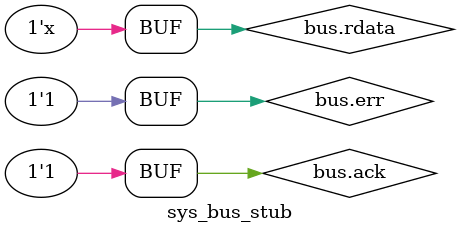
<source format=sv>

module sys_bus_stub (
  sys_bus_if.s bus
);

assign bus.ack = 1'b1;
assign bus.err = 1'b1;
assign bus.rdata = 'x;

endmodule: sys_bus_stub

</source>
